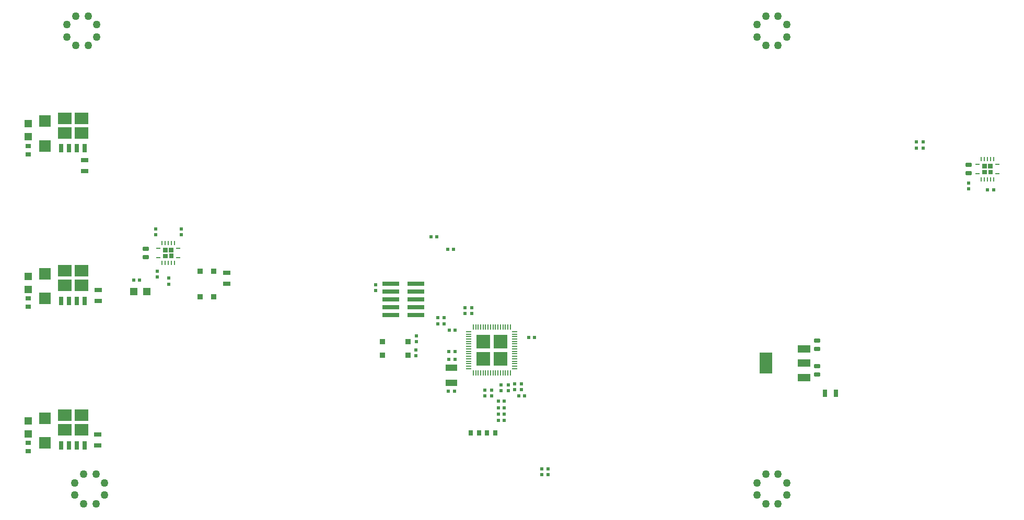
<source format=gtp>
G04*
G04 #@! TF.GenerationSoftware,Altium Limited,Altium Designer,18.1.6 (161)*
G04*
G04 Layer_Color=8421504*
%FSLAX25Y25*%
%MOIN*%
G70*
G01*
G75*
%ADD28R,0.08898X0.07520*%
%ADD29R,0.08701X0.08661*%
%ADD30R,0.08661X0.08701*%
%ADD31R,0.02950X0.04721*%
G04:AMPARAMS|DCode=32|XSize=27.13mil|YSize=37.37mil|CornerRadius=4.83mil|HoleSize=0mil|Usage=FLASHONLY|Rotation=90.000|XOffset=0mil|YOffset=0mil|HoleType=Round|Shape=RoundedRectangle|*
%AMROUNDEDRECTD32*
21,1,0.02713,0.02772,0,0,90.0*
21,1,0.01748,0.03737,0,0,90.0*
1,1,0.00965,0.01386,0.00874*
1,1,0.00965,0.01386,-0.00874*
1,1,0.00965,-0.01386,-0.00874*
1,1,0.00965,-0.01386,0.00874*
%
%ADD32ROUNDEDRECTD32*%
%ADD33R,0.08265X0.04524*%
%ADD34R,0.08265X0.13580*%
G04:AMPARAMS|DCode=35|XSize=20mil|YSize=22mil|CornerRadius=3.4mil|HoleSize=0mil|Usage=FLASHONLY|Rotation=270.000|XOffset=0mil|YOffset=0mil|HoleType=Round|Shape=RoundedRectangle|*
%AMROUNDEDRECTD35*
21,1,0.02000,0.01520,0,0,270.0*
21,1,0.01320,0.02200,0,0,270.0*
1,1,0.00680,-0.00760,-0.00660*
1,1,0.00680,-0.00760,0.00660*
1,1,0.00680,0.00760,0.00660*
1,1,0.00680,0.00760,-0.00660*
%
%ADD35ROUNDEDRECTD35*%
G04:AMPARAMS|DCode=36|XSize=20mil|YSize=22mil|CornerRadius=3.4mil|HoleSize=0mil|Usage=FLASHONLY|Rotation=0.000|XOffset=0mil|YOffset=0mil|HoleType=Round|Shape=RoundedRectangle|*
%AMROUNDEDRECTD36*
21,1,0.02000,0.01520,0,0,0.0*
21,1,0.01320,0.02200,0,0,0.0*
1,1,0.00680,0.00660,-0.00760*
1,1,0.00680,-0.00660,-0.00760*
1,1,0.00680,-0.00660,0.00760*
1,1,0.00680,0.00660,0.00760*
%
%ADD36ROUNDEDRECTD36*%
%ADD37R,0.02700X0.03700*%
%ADD38R,0.07280X0.04131*%
%ADD39R,0.03343X0.03737*%
%ADD40R,0.10824X0.02753*%
%ADD41R,0.04600X0.04600*%
%ADD42O,0.03343X0.00587*%
%ADD43O,0.00587X0.03343*%
%ADD44R,0.04721X0.02950*%
%ADD45R,0.03737X0.03343*%
%ADD46O,0.00902X0.02950*%
%ADD47O,0.02950X0.00902*%
%ADD48R,0.02600X0.05400*%
%ADD49R,0.07700X0.07700*%
%ADD50R,0.04600X0.04600*%
%ADD51R,0.03700X0.02700*%
%ADD52C,0.05000*%
G36*
X91813Y162446D02*
Y165280D01*
X94687D01*
Y162446D01*
X91813D01*
D02*
G37*
G36*
Y169060D02*
X94648D01*
Y166186D01*
X91813D01*
Y169060D01*
D02*
G37*
G36*
X98427Y162446D02*
X95592D01*
Y165320D01*
X98427D01*
Y162446D01*
D02*
G37*
G36*
Y169060D02*
Y166225D01*
X95553D01*
Y169060D01*
X98427D01*
D02*
G37*
G36*
X614473Y216046D02*
Y218880D01*
X617347D01*
Y216046D01*
X614473D01*
D02*
G37*
G36*
Y222660D02*
X617308D01*
Y219786D01*
X614473D01*
Y222660D01*
D02*
G37*
G36*
X621087Y216046D02*
X618252D01*
Y218920D01*
X621087D01*
Y216046D01*
D02*
G37*
G36*
Y222660D02*
Y219825D01*
X618213D01*
Y222660D01*
X621087D01*
D02*
G37*
G54D28*
X28981Y251814D02*
D03*
X39619Y251810D02*
D03*
X39619Y242554D02*
D03*
X28981Y242558D02*
D03*
Y62014D02*
D03*
X39619Y62010D02*
D03*
X39619Y52754D02*
D03*
X28981Y52758D02*
D03*
Y154314D02*
D03*
X39619Y154310D02*
D03*
X39619Y145054D02*
D03*
X28981Y145058D02*
D03*
G54D29*
X296008Y109172D02*
D03*
X306992Y98228D02*
D03*
G54D30*
X306972Y109192D02*
D03*
X296028Y98208D02*
D03*
G54D31*
X521043Y76000D02*
D03*
X513957D02*
D03*
G54D32*
X509100Y88023D02*
D03*
Y93377D02*
D03*
X509200Y109677D02*
D03*
Y104323D02*
D03*
X80600Y168477D02*
D03*
Y163123D02*
D03*
X605900Y222077D02*
D03*
Y216723D02*
D03*
G54D33*
X500805Y86245D02*
D03*
Y95300D02*
D03*
Y104355D02*
D03*
G54D34*
X476395Y95300D02*
D03*
G54D35*
X337400Y24000D02*
D03*
Y27790D02*
D03*
X333300Y24015D02*
D03*
Y27785D02*
D03*
X320330Y82200D02*
D03*
Y78430D02*
D03*
X316200Y82170D02*
D03*
Y78400D02*
D03*
X312100Y77700D02*
D03*
Y81470D02*
D03*
X307300Y81500D02*
D03*
Y77730D02*
D03*
X301300Y78200D02*
D03*
Y74410D02*
D03*
X297200Y78200D02*
D03*
Y74410D02*
D03*
X284400Y130870D02*
D03*
Y127100D02*
D03*
X288600Y130900D02*
D03*
Y127130D02*
D03*
X253300Y112800D02*
D03*
Y109010D02*
D03*
X253200Y100100D02*
D03*
Y103890D02*
D03*
X227300Y141715D02*
D03*
Y145485D02*
D03*
X605900Y206710D02*
D03*
Y210500D02*
D03*
X87200Y181090D02*
D03*
Y177300D02*
D03*
X95400Y149690D02*
D03*
Y145900D02*
D03*
X103400Y177300D02*
D03*
Y181090D02*
D03*
X88200Y154190D02*
D03*
Y150400D02*
D03*
X576600Y236690D02*
D03*
Y232900D02*
D03*
X572500Y236690D02*
D03*
Y232900D02*
D03*
G54D36*
X305615Y62800D02*
D03*
X309385D02*
D03*
X309370Y58800D02*
D03*
X305600D02*
D03*
Y71100D02*
D03*
X309370D02*
D03*
X309385Y66900D02*
D03*
X305615D02*
D03*
X278000Y97700D02*
D03*
X274230D02*
D03*
X274200Y102900D02*
D03*
X277970D02*
D03*
X328700Y111700D02*
D03*
X324930D02*
D03*
X267215Y120400D02*
D03*
X270985D02*
D03*
X271000Y124400D02*
D03*
X267210D02*
D03*
X274300Y116600D02*
D03*
X278070D02*
D03*
X73100Y148400D02*
D03*
X76890D02*
D03*
X273830Y77600D02*
D03*
X277600D02*
D03*
X318630Y74300D02*
D03*
X322400D02*
D03*
X277190Y168000D02*
D03*
X273400D02*
D03*
X266390Y176000D02*
D03*
X262600D02*
D03*
X621590Y206100D02*
D03*
X617800D02*
D03*
G54D37*
X303850Y50800D02*
D03*
X298500D02*
D03*
X287925D02*
D03*
X293275D02*
D03*
G54D38*
X275700Y82758D02*
D03*
Y92600D02*
D03*
G54D39*
X231829Y109031D02*
D03*
X247971Y100369D02*
D03*
X231829D02*
D03*
X247971Y109031D02*
D03*
G54D40*
X237008Y146100D02*
D03*
X252992D02*
D03*
X237008Y141100D02*
D03*
X252992D02*
D03*
X237008Y136100D02*
D03*
X252992D02*
D03*
X237008Y131100D02*
D03*
X252992D02*
D03*
X237008Y126100D02*
D03*
X252992D02*
D03*
G54D41*
X73066Y141100D02*
D03*
X81400D02*
D03*
G54D42*
X286835Y115511D02*
D03*
Y113936D02*
D03*
Y112361D02*
D03*
Y110787D02*
D03*
Y109212D02*
D03*
Y107637D02*
D03*
Y106062D02*
D03*
Y104487D02*
D03*
Y102913D02*
D03*
Y101338D02*
D03*
Y99763D02*
D03*
Y98188D02*
D03*
Y96613D02*
D03*
Y95039D02*
D03*
Y93464D02*
D03*
Y91889D02*
D03*
X316165D02*
D03*
Y93464D02*
D03*
Y95039D02*
D03*
Y96613D02*
D03*
Y98188D02*
D03*
Y99763D02*
D03*
Y101338D02*
D03*
Y102913D02*
D03*
Y104487D02*
D03*
Y106062D02*
D03*
Y107637D02*
D03*
Y109212D02*
D03*
Y110787D02*
D03*
Y112361D02*
D03*
Y113936D02*
D03*
Y115511D02*
D03*
G54D43*
X289689Y89035D02*
D03*
X291264D02*
D03*
X292839D02*
D03*
X294413D02*
D03*
X295988D02*
D03*
X297563D02*
D03*
X299138D02*
D03*
X300713D02*
D03*
X302287D02*
D03*
X303862D02*
D03*
X305437D02*
D03*
X307012D02*
D03*
X308587D02*
D03*
X310161D02*
D03*
X311736D02*
D03*
X313311D02*
D03*
Y118365D02*
D03*
X311736D02*
D03*
X310161D02*
D03*
X308587D02*
D03*
X307012D02*
D03*
X305437D02*
D03*
X303862D02*
D03*
X302287D02*
D03*
X300713D02*
D03*
X299138D02*
D03*
X297563D02*
D03*
X295988D02*
D03*
X294413D02*
D03*
X292839D02*
D03*
X291264D02*
D03*
X289689D02*
D03*
G54D44*
X132300Y146157D02*
D03*
Y153243D02*
D03*
X50200Y49943D02*
D03*
Y42857D02*
D03*
X50400Y142243D02*
D03*
Y135157D02*
D03*
X41800Y218057D02*
D03*
Y225143D02*
D03*
G54D45*
X115569Y153971D02*
D03*
X124231Y137829D02*
D03*
Y153971D02*
D03*
X115569Y137829D02*
D03*
G54D46*
X613843Y212933D02*
D03*
X615811D02*
D03*
X617780D02*
D03*
X619748D02*
D03*
X621717D02*
D03*
Y225773D02*
D03*
X619748D02*
D03*
X617780D02*
D03*
X615811D02*
D03*
X613843D02*
D03*
X91183Y159333D02*
D03*
X93151D02*
D03*
X95120D02*
D03*
X97088D02*
D03*
X99057D02*
D03*
Y172173D02*
D03*
X97088D02*
D03*
X95120D02*
D03*
X93151D02*
D03*
X91183D02*
D03*
G54D47*
X624200Y216400D02*
D03*
Y222305D02*
D03*
X611360D02*
D03*
Y216400D02*
D03*
X101540Y162800D02*
D03*
Y168705D02*
D03*
X88700D02*
D03*
Y162800D02*
D03*
G54D48*
X26800Y232661D02*
D03*
X31800D02*
D03*
X36800D02*
D03*
X41800D02*
D03*
X26800Y42861D02*
D03*
X31800D02*
D03*
X36800D02*
D03*
X41800D02*
D03*
X26800Y135161D02*
D03*
X31800D02*
D03*
X36800D02*
D03*
X41800D02*
D03*
G54D49*
X16400Y234226D02*
D03*
Y250000D02*
D03*
Y136726D02*
D03*
Y152500D02*
D03*
Y44426D02*
D03*
Y60200D02*
D03*
G54D50*
X5600Y248400D02*
D03*
Y240066D02*
D03*
Y150900D02*
D03*
Y142566D02*
D03*
Y58600D02*
D03*
Y50266D02*
D03*
G54D51*
Y131325D02*
D03*
Y136675D02*
D03*
Y39025D02*
D03*
Y44375D02*
D03*
Y228825D02*
D03*
Y234175D02*
D03*
G54D52*
X54449Y11063D02*
D03*
Y18937D02*
D03*
X48937Y24449D02*
D03*
X41063D02*
D03*
X35551Y18937D02*
D03*
Y11063D02*
D03*
X41063Y5551D02*
D03*
X48937D02*
D03*
X49449Y303863D02*
D03*
Y311737D02*
D03*
X43937Y317249D02*
D03*
X36063D02*
D03*
X30551Y311737D02*
D03*
Y303863D02*
D03*
X36063Y298351D02*
D03*
X43937D02*
D03*
X489649Y11063D02*
D03*
Y18937D02*
D03*
X484137Y24449D02*
D03*
X476263D02*
D03*
X470751Y18937D02*
D03*
Y11063D02*
D03*
X476263Y5551D02*
D03*
X484137D02*
D03*
X489649Y303863D02*
D03*
Y311737D02*
D03*
X484137Y317249D02*
D03*
X476263D02*
D03*
X470751Y311737D02*
D03*
Y303863D02*
D03*
X476263Y298351D02*
D03*
X484137D02*
D03*
M02*

</source>
